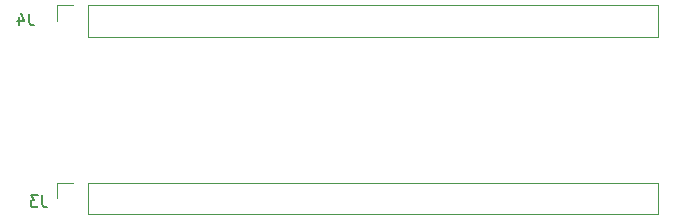
<source format=gbr>
G04 #@! TF.GenerationSoftware,KiCad,Pcbnew,(5.1.4)-1*
G04 #@! TF.CreationDate,2019-10-20T20:35:15-04:00*
G04 #@! TF.ProjectId,PB_16,50425f31-362e-46b6-9963-61645f706362,2*
G04 #@! TF.SameCoordinates,Original*
G04 #@! TF.FileFunction,Legend,Bot*
G04 #@! TF.FilePolarity,Positive*
%FSLAX46Y46*%
G04 Gerber Fmt 4.6, Leading zero omitted, Abs format (unit mm)*
G04 Created by KiCad (PCBNEW (5.1.4)-1) date 2019-10-20 20:35:15*
%MOMM*%
%LPD*%
G04 APERTURE LIST*
%ADD10C,0.120000*%
%ADD11C,0.150000*%
G04 APERTURE END LIST*
D10*
X209370000Y-140670000D02*
X209370000Y-142000000D01*
X210700000Y-140670000D02*
X209370000Y-140670000D01*
X211970000Y-140670000D02*
X211970000Y-143330000D01*
X211970000Y-143330000D02*
X260290000Y-143330000D01*
X211970000Y-140670000D02*
X260290000Y-140670000D01*
X260290000Y-140670000D02*
X260290000Y-143330000D01*
X209370000Y-125670000D02*
X209370000Y-127000000D01*
X210700000Y-125670000D02*
X209370000Y-125670000D01*
X211970000Y-125670000D02*
X211970000Y-128330000D01*
X211970000Y-128330000D02*
X260290000Y-128330000D01*
X211970000Y-125670000D02*
X260290000Y-125670000D01*
X260290000Y-125670000D02*
X260290000Y-128330000D01*
D11*
X208133333Y-141752380D02*
X208133333Y-142466666D01*
X208180952Y-142609523D01*
X208276190Y-142704761D01*
X208419047Y-142752380D01*
X208514285Y-142752380D01*
X207752380Y-141752380D02*
X207133333Y-141752380D01*
X207466666Y-142133333D01*
X207323809Y-142133333D01*
X207228571Y-142180952D01*
X207180952Y-142228571D01*
X207133333Y-142323809D01*
X207133333Y-142561904D01*
X207180952Y-142657142D01*
X207228571Y-142704761D01*
X207323809Y-142752380D01*
X207609523Y-142752380D01*
X207704761Y-142704761D01*
X207752380Y-142657142D01*
X207033333Y-126352380D02*
X207033333Y-127066666D01*
X207080952Y-127209523D01*
X207176190Y-127304761D01*
X207319047Y-127352380D01*
X207414285Y-127352380D01*
X206128571Y-126685714D02*
X206128571Y-127352380D01*
X206366666Y-126304761D02*
X206604761Y-127019047D01*
X205985714Y-127019047D01*
M02*

</source>
